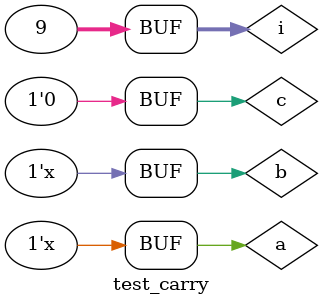
<source format=sv>
module test_carry;
reg a, b, c;
integer i;
wire cout;
carry c1(cout, c, a, b);
integer i;
initial
begin
$monitor("time=%d a=%b b=%b c=%b---------cout=%b", $time, a, b, c, cout);
for (i = 0; i < 9; i = i + 1)
begin
{a, b, c} = i;
end
a = 'bx;
b = 'bx;
end
endmodule
</source>
